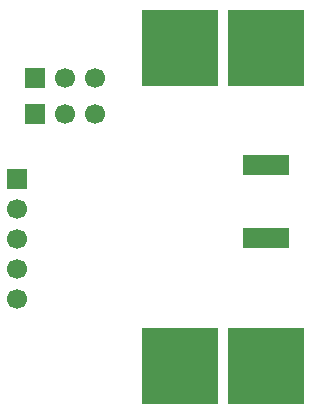
<source format=gbr>
%TF.GenerationSoftware,Altium Limited,Altium Designer,23.10.1 (27)*%
G04 Layer_Color=16711935*
%FSLAX45Y45*%
%MOMM*%
%TF.SameCoordinates,AAB5F705-4A64-4C07-BC12-B6E9AAE413D5*%
%TF.FilePolarity,Negative*%
%TF.FileFunction,Soldermask,Bot*%
%TF.Part,Single*%
G01*
G75*
%TA.AperFunction,SMDPad,CuDef*%
%ADD18R,4.00000X1.80000*%
%TA.AperFunction,ComponentPad*%
%ADD25C,1.70000*%
%ADD26R,1.70000X1.70000*%
%ADD28R,1.70000X1.70000*%
%TA.AperFunction,SMDPad,CuDef*%
%ADD29R,6.55000X6.55000*%
D18*
X15163800Y4236600D02*
D03*
Y4856600D02*
D03*
D25*
X13055600Y3721100D02*
D03*
Y3975100D02*
D03*
Y4229100D02*
D03*
Y4483100D02*
D03*
X13462000Y5588000D02*
D03*
X13716000D02*
D03*
X13462000Y5283200D02*
D03*
X13716000D02*
D03*
D26*
X13055600Y4737100D02*
D03*
D28*
X13208000Y5588000D02*
D03*
Y5283200D02*
D03*
D29*
X15163800Y5842000D02*
D03*
X14432280D02*
D03*
X15163800Y3149600D02*
D03*
X14432280D02*
D03*
%TF.MD5,d50d57d50ff56788b6b562e827aaf26a*%
M02*

</source>
